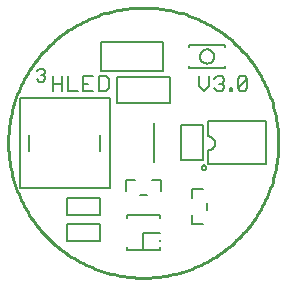
<source format=gto>
G75*
%MOIN*%
%OFA0B0*%
%FSLAX25Y25*%
%IPPOS*%
%LPD*%
%AMOC8*
5,1,8,0,0,1.08239X$1,22.5*
%
%ADD10C,0.01000*%
%ADD11C,0.00700*%
%ADD12C,0.00500*%
D10*
X0011082Y0047850D02*
X0011096Y0048954D01*
X0011136Y0050058D01*
X0011204Y0051160D01*
X0011299Y0052261D01*
X0011420Y0053358D01*
X0011569Y0054453D01*
X0011745Y0055543D01*
X0011947Y0056629D01*
X0012175Y0057710D01*
X0012431Y0058784D01*
X0012712Y0059852D01*
X0013020Y0060913D01*
X0013353Y0061966D01*
X0013713Y0063010D01*
X0014097Y0064045D01*
X0014507Y0065071D01*
X0014943Y0066086D01*
X0015402Y0067090D01*
X0015887Y0068083D01*
X0016396Y0069063D01*
X0016928Y0070030D01*
X0017484Y0070985D01*
X0018064Y0071925D01*
X0018666Y0072851D01*
X0019291Y0073761D01*
X0019938Y0074656D01*
X0020606Y0075535D01*
X0021297Y0076398D01*
X0022008Y0077243D01*
X0022739Y0078070D01*
X0023491Y0078879D01*
X0024262Y0079670D01*
X0025053Y0080441D01*
X0025862Y0081193D01*
X0026689Y0081924D01*
X0027534Y0082635D01*
X0028397Y0083326D01*
X0029276Y0083994D01*
X0030171Y0084641D01*
X0031081Y0085266D01*
X0032007Y0085868D01*
X0032947Y0086448D01*
X0033902Y0087004D01*
X0034869Y0087536D01*
X0035849Y0088045D01*
X0036842Y0088530D01*
X0037846Y0088989D01*
X0038861Y0089425D01*
X0039887Y0089835D01*
X0040922Y0090219D01*
X0041966Y0090579D01*
X0043019Y0090912D01*
X0044080Y0091220D01*
X0045148Y0091501D01*
X0046222Y0091757D01*
X0047303Y0091985D01*
X0048389Y0092187D01*
X0049479Y0092363D01*
X0050574Y0092512D01*
X0051671Y0092633D01*
X0052772Y0092728D01*
X0053874Y0092796D01*
X0054978Y0092836D01*
X0056082Y0092850D01*
X0057186Y0092836D01*
X0058290Y0092796D01*
X0059392Y0092728D01*
X0060493Y0092633D01*
X0061590Y0092512D01*
X0062685Y0092363D01*
X0063775Y0092187D01*
X0064861Y0091985D01*
X0065942Y0091757D01*
X0067016Y0091501D01*
X0068084Y0091220D01*
X0069145Y0090912D01*
X0070198Y0090579D01*
X0071242Y0090219D01*
X0072277Y0089835D01*
X0073303Y0089425D01*
X0074318Y0088989D01*
X0075322Y0088530D01*
X0076315Y0088045D01*
X0077295Y0087536D01*
X0078262Y0087004D01*
X0079217Y0086448D01*
X0080157Y0085868D01*
X0081083Y0085266D01*
X0081993Y0084641D01*
X0082888Y0083994D01*
X0083767Y0083326D01*
X0084630Y0082635D01*
X0085475Y0081924D01*
X0086302Y0081193D01*
X0087111Y0080441D01*
X0087902Y0079670D01*
X0088673Y0078879D01*
X0089425Y0078070D01*
X0090156Y0077243D01*
X0090867Y0076398D01*
X0091558Y0075535D01*
X0092226Y0074656D01*
X0092873Y0073761D01*
X0093498Y0072851D01*
X0094100Y0071925D01*
X0094680Y0070985D01*
X0095236Y0070030D01*
X0095768Y0069063D01*
X0096277Y0068083D01*
X0096762Y0067090D01*
X0097221Y0066086D01*
X0097657Y0065071D01*
X0098067Y0064045D01*
X0098451Y0063010D01*
X0098811Y0061966D01*
X0099144Y0060913D01*
X0099452Y0059852D01*
X0099733Y0058784D01*
X0099989Y0057710D01*
X0100217Y0056629D01*
X0100419Y0055543D01*
X0100595Y0054453D01*
X0100744Y0053358D01*
X0100865Y0052261D01*
X0100960Y0051160D01*
X0101028Y0050058D01*
X0101068Y0048954D01*
X0101082Y0047850D01*
X0101068Y0046746D01*
X0101028Y0045642D01*
X0100960Y0044540D01*
X0100865Y0043439D01*
X0100744Y0042342D01*
X0100595Y0041247D01*
X0100419Y0040157D01*
X0100217Y0039071D01*
X0099989Y0037990D01*
X0099733Y0036916D01*
X0099452Y0035848D01*
X0099144Y0034787D01*
X0098811Y0033734D01*
X0098451Y0032690D01*
X0098067Y0031655D01*
X0097657Y0030629D01*
X0097221Y0029614D01*
X0096762Y0028610D01*
X0096277Y0027617D01*
X0095768Y0026637D01*
X0095236Y0025670D01*
X0094680Y0024715D01*
X0094100Y0023775D01*
X0093498Y0022849D01*
X0092873Y0021939D01*
X0092226Y0021044D01*
X0091558Y0020165D01*
X0090867Y0019302D01*
X0090156Y0018457D01*
X0089425Y0017630D01*
X0088673Y0016821D01*
X0087902Y0016030D01*
X0087111Y0015259D01*
X0086302Y0014507D01*
X0085475Y0013776D01*
X0084630Y0013065D01*
X0083767Y0012374D01*
X0082888Y0011706D01*
X0081993Y0011059D01*
X0081083Y0010434D01*
X0080157Y0009832D01*
X0079217Y0009252D01*
X0078262Y0008696D01*
X0077295Y0008164D01*
X0076315Y0007655D01*
X0075322Y0007170D01*
X0074318Y0006711D01*
X0073303Y0006275D01*
X0072277Y0005865D01*
X0071242Y0005481D01*
X0070198Y0005121D01*
X0069145Y0004788D01*
X0068084Y0004480D01*
X0067016Y0004199D01*
X0065942Y0003943D01*
X0064861Y0003715D01*
X0063775Y0003513D01*
X0062685Y0003337D01*
X0061590Y0003188D01*
X0060493Y0003067D01*
X0059392Y0002972D01*
X0058290Y0002904D01*
X0057186Y0002864D01*
X0056082Y0002850D01*
X0054978Y0002864D01*
X0053874Y0002904D01*
X0052772Y0002972D01*
X0051671Y0003067D01*
X0050574Y0003188D01*
X0049479Y0003337D01*
X0048389Y0003513D01*
X0047303Y0003715D01*
X0046222Y0003943D01*
X0045148Y0004199D01*
X0044080Y0004480D01*
X0043019Y0004788D01*
X0041966Y0005121D01*
X0040922Y0005481D01*
X0039887Y0005865D01*
X0038861Y0006275D01*
X0037846Y0006711D01*
X0036842Y0007170D01*
X0035849Y0007655D01*
X0034869Y0008164D01*
X0033902Y0008696D01*
X0032947Y0009252D01*
X0032007Y0009832D01*
X0031081Y0010434D01*
X0030171Y0011059D01*
X0029276Y0011706D01*
X0028397Y0012374D01*
X0027534Y0013065D01*
X0026689Y0013776D01*
X0025862Y0014507D01*
X0025053Y0015259D01*
X0024262Y0016030D01*
X0023491Y0016821D01*
X0022739Y0017630D01*
X0022008Y0018457D01*
X0021297Y0019302D01*
X0020606Y0020165D01*
X0019938Y0021044D01*
X0019291Y0021939D01*
X0018666Y0022849D01*
X0018064Y0023775D01*
X0017484Y0024715D01*
X0016928Y0025670D01*
X0016396Y0026637D01*
X0015887Y0027617D01*
X0015402Y0028610D01*
X0014943Y0029614D01*
X0014507Y0030629D01*
X0014097Y0031655D01*
X0013713Y0032690D01*
X0013353Y0033734D01*
X0013020Y0034787D01*
X0012712Y0035848D01*
X0012431Y0036916D01*
X0012175Y0037990D01*
X0011947Y0039071D01*
X0011745Y0040157D01*
X0011569Y0041247D01*
X0011420Y0042342D01*
X0011299Y0043439D01*
X0011204Y0044540D01*
X0011136Y0045642D01*
X0011096Y0046746D01*
X0011082Y0047850D01*
D11*
X0025807Y0065100D02*
X0025807Y0070004D01*
X0023448Y0069635D02*
X0023448Y0068917D01*
X0022730Y0068200D01*
X0021296Y0068200D01*
X0020578Y0068917D01*
X0022013Y0070352D02*
X0022730Y0070352D01*
X0023448Y0069635D01*
X0022730Y0070352D02*
X0023448Y0071069D01*
X0023448Y0071786D01*
X0022730Y0072504D01*
X0021296Y0072504D01*
X0020578Y0071786D01*
X0025807Y0067552D02*
X0029076Y0067552D01*
X0029076Y0070004D02*
X0029076Y0065100D01*
X0030963Y0065100D02*
X0034233Y0065100D01*
X0036120Y0065100D02*
X0039389Y0065100D01*
X0041276Y0065100D02*
X0043728Y0065100D01*
X0044545Y0065917D01*
X0044545Y0069187D01*
X0043728Y0070004D01*
X0041276Y0070004D01*
X0041276Y0065100D01*
X0037754Y0067552D02*
X0036120Y0067552D01*
X0036120Y0070004D02*
X0036120Y0065100D01*
X0030963Y0065100D02*
X0030963Y0070004D01*
X0036120Y0070004D02*
X0039389Y0070004D01*
X0074635Y0070004D02*
X0074635Y0066735D01*
X0076270Y0065100D01*
X0077904Y0066735D01*
X0077904Y0070004D01*
X0079791Y0069187D02*
X0080609Y0070004D01*
X0082243Y0070004D01*
X0083061Y0069187D01*
X0083061Y0068369D01*
X0082243Y0067552D01*
X0083061Y0066735D01*
X0083061Y0065917D01*
X0082243Y0065100D01*
X0080609Y0065100D01*
X0079791Y0065917D01*
X0081426Y0067552D02*
X0082243Y0067552D01*
X0084948Y0065917D02*
X0085765Y0065917D01*
X0085765Y0065100D01*
X0084948Y0065100D01*
X0084948Y0065917D01*
X0087526Y0065917D02*
X0090795Y0069187D01*
X0090795Y0065917D01*
X0089978Y0065100D01*
X0088343Y0065100D01*
X0087526Y0065917D01*
X0087526Y0069187D01*
X0088343Y0070004D01*
X0089978Y0070004D01*
X0090795Y0069187D01*
D12*
X0030571Y0020606D02*
X0030571Y0015094D01*
X0041594Y0015094D01*
X0041594Y0020606D01*
X0030571Y0020606D01*
X0030669Y0023844D02*
X0030669Y0029356D01*
X0041496Y0029356D01*
X0041496Y0023844D01*
X0030669Y0023844D01*
X0044832Y0032850D02*
X0014832Y0032850D01*
X0014832Y0062850D01*
X0044832Y0062850D01*
X0044832Y0032850D01*
X0050177Y0031866D02*
X0050177Y0035409D01*
X0053326Y0035409D01*
X0058838Y0035409D02*
X0061988Y0035409D01*
X0061988Y0031866D01*
X0057263Y0030291D02*
X0054901Y0030291D01*
X0050571Y0023657D02*
X0061594Y0023657D01*
X0061594Y0022693D01*
X0061594Y0017850D02*
X0056082Y0017850D01*
X0056082Y0012338D01*
X0061594Y0012151D02*
X0061594Y0013007D01*
X0061594Y0012043D02*
X0050571Y0012043D01*
X0050571Y0013007D01*
X0061594Y0015094D02*
X0061594Y0015488D01*
X0072273Y0020694D02*
X0075817Y0020694D01*
X0072273Y0020694D02*
X0072273Y0023844D01*
X0077391Y0025419D02*
X0077391Y0027781D01*
X0075817Y0032506D02*
X0072273Y0032506D01*
X0072273Y0029356D01*
X0075522Y0039582D02*
X0075524Y0039638D01*
X0075530Y0039693D01*
X0075540Y0039747D01*
X0075553Y0039801D01*
X0075571Y0039854D01*
X0075592Y0039905D01*
X0075616Y0039955D01*
X0075644Y0040003D01*
X0075676Y0040049D01*
X0075710Y0040093D01*
X0075748Y0040134D01*
X0075788Y0040172D01*
X0075831Y0040207D01*
X0075876Y0040239D01*
X0075924Y0040268D01*
X0075973Y0040294D01*
X0076024Y0040316D01*
X0076076Y0040334D01*
X0076130Y0040348D01*
X0076185Y0040359D01*
X0076240Y0040366D01*
X0076295Y0040369D01*
X0076351Y0040368D01*
X0076406Y0040363D01*
X0076461Y0040354D01*
X0076515Y0040342D01*
X0076568Y0040325D01*
X0076620Y0040305D01*
X0076670Y0040281D01*
X0076718Y0040254D01*
X0076765Y0040224D01*
X0076809Y0040190D01*
X0076851Y0040153D01*
X0076889Y0040113D01*
X0076926Y0040071D01*
X0076959Y0040026D01*
X0076988Y0039980D01*
X0077015Y0039931D01*
X0077037Y0039880D01*
X0077057Y0039828D01*
X0077072Y0039774D01*
X0077084Y0039720D01*
X0077092Y0039665D01*
X0077096Y0039610D01*
X0077096Y0039554D01*
X0077092Y0039499D01*
X0077084Y0039444D01*
X0077072Y0039390D01*
X0077057Y0039336D01*
X0077037Y0039284D01*
X0077015Y0039233D01*
X0076988Y0039184D01*
X0076959Y0039138D01*
X0076926Y0039093D01*
X0076889Y0039051D01*
X0076851Y0039011D01*
X0076809Y0038974D01*
X0076765Y0038940D01*
X0076718Y0038910D01*
X0076670Y0038883D01*
X0076620Y0038859D01*
X0076568Y0038839D01*
X0076515Y0038822D01*
X0076461Y0038810D01*
X0076406Y0038801D01*
X0076351Y0038796D01*
X0076295Y0038795D01*
X0076240Y0038798D01*
X0076185Y0038805D01*
X0076130Y0038816D01*
X0076076Y0038830D01*
X0076024Y0038848D01*
X0075973Y0038870D01*
X0075924Y0038896D01*
X0075876Y0038925D01*
X0075831Y0038957D01*
X0075788Y0038992D01*
X0075748Y0039030D01*
X0075710Y0039071D01*
X0075676Y0039115D01*
X0075644Y0039161D01*
X0075616Y0039209D01*
X0075592Y0039259D01*
X0075571Y0039310D01*
X0075553Y0039363D01*
X0075540Y0039417D01*
X0075530Y0039471D01*
X0075524Y0039526D01*
X0075522Y0039582D01*
X0077687Y0040763D02*
X0077687Y0045409D01*
X0077805Y0045409D01*
X0077895Y0045411D01*
X0077985Y0045417D01*
X0078075Y0045426D01*
X0078164Y0045440D01*
X0078253Y0045457D01*
X0078341Y0045478D01*
X0078428Y0045502D01*
X0078513Y0045530D01*
X0078598Y0045562D01*
X0078681Y0045598D01*
X0078762Y0045637D01*
X0078842Y0045679D01*
X0078920Y0045725D01*
X0078996Y0045774D01*
X0079069Y0045826D01*
X0079141Y0045881D01*
X0079210Y0045939D01*
X0079276Y0046000D01*
X0079340Y0046064D01*
X0079401Y0046130D01*
X0079459Y0046199D01*
X0079514Y0046271D01*
X0079566Y0046344D01*
X0079615Y0046420D01*
X0079661Y0046498D01*
X0079703Y0046578D01*
X0079742Y0046659D01*
X0079778Y0046742D01*
X0079810Y0046827D01*
X0079838Y0046912D01*
X0079862Y0046999D01*
X0079883Y0047087D01*
X0079900Y0047176D01*
X0079914Y0047265D01*
X0079923Y0047355D01*
X0079929Y0047445D01*
X0079931Y0047535D01*
X0079931Y0047850D01*
X0079927Y0047943D01*
X0079918Y0048035D01*
X0079906Y0048127D01*
X0079890Y0048219D01*
X0079870Y0048309D01*
X0079846Y0048399D01*
X0079818Y0048487D01*
X0079787Y0048575D01*
X0079752Y0048661D01*
X0079713Y0048745D01*
X0079671Y0048828D01*
X0079625Y0048908D01*
X0079576Y0048987D01*
X0079523Y0049064D01*
X0079468Y0049138D01*
X0079409Y0049210D01*
X0079347Y0049279D01*
X0079283Y0049346D01*
X0079215Y0049409D01*
X0079145Y0049470D01*
X0079073Y0049528D01*
X0078998Y0049583D01*
X0078921Y0049635D01*
X0078841Y0049683D01*
X0078760Y0049728D01*
X0078677Y0049769D01*
X0078592Y0049807D01*
X0078506Y0049841D01*
X0078418Y0049871D01*
X0078329Y0049898D01*
X0078239Y0049921D01*
X0078149Y0049940D01*
X0078057Y0049955D01*
X0077965Y0049966D01*
X0077872Y0049973D01*
X0077780Y0049977D01*
X0077687Y0049976D01*
X0077687Y0054937D01*
X0096978Y0054937D01*
X0096978Y0040763D01*
X0077687Y0040763D01*
X0075974Y0041935D02*
X0075974Y0053765D01*
X0068691Y0053765D01*
X0068691Y0041935D01*
X0075974Y0041935D01*
X0059582Y0041350D02*
X0059582Y0054350D01*
X0064842Y0060921D02*
X0047323Y0060921D01*
X0047323Y0069779D01*
X0064842Y0069779D01*
X0064842Y0060921D01*
X0062569Y0071876D02*
X0042096Y0071876D01*
X0042096Y0081167D01*
X0042096Y0081324D01*
X0062569Y0081324D01*
X0062569Y0071876D01*
X0071427Y0072663D02*
X0083238Y0072663D01*
X0083238Y0073450D01*
X0074970Y0076600D02*
X0074972Y0076697D01*
X0074978Y0076794D01*
X0074988Y0076890D01*
X0075002Y0076986D01*
X0075020Y0077082D01*
X0075041Y0077176D01*
X0075067Y0077270D01*
X0075096Y0077362D01*
X0075130Y0077453D01*
X0075166Y0077543D01*
X0075207Y0077631D01*
X0075251Y0077717D01*
X0075299Y0077802D01*
X0075350Y0077884D01*
X0075404Y0077965D01*
X0075462Y0078043D01*
X0075523Y0078118D01*
X0075586Y0078191D01*
X0075653Y0078262D01*
X0075723Y0078329D01*
X0075795Y0078394D01*
X0075870Y0078455D01*
X0075948Y0078514D01*
X0076027Y0078569D01*
X0076109Y0078621D01*
X0076193Y0078669D01*
X0076279Y0078714D01*
X0076367Y0078756D01*
X0076456Y0078794D01*
X0076547Y0078828D01*
X0076639Y0078858D01*
X0076732Y0078885D01*
X0076827Y0078907D01*
X0076922Y0078926D01*
X0077018Y0078941D01*
X0077114Y0078952D01*
X0077211Y0078959D01*
X0077308Y0078962D01*
X0077405Y0078961D01*
X0077502Y0078956D01*
X0077598Y0078947D01*
X0077694Y0078934D01*
X0077790Y0078917D01*
X0077885Y0078896D01*
X0077978Y0078872D01*
X0078071Y0078843D01*
X0078163Y0078811D01*
X0078253Y0078775D01*
X0078341Y0078736D01*
X0078428Y0078692D01*
X0078513Y0078646D01*
X0078596Y0078595D01*
X0078677Y0078542D01*
X0078755Y0078485D01*
X0078832Y0078425D01*
X0078905Y0078362D01*
X0078976Y0078296D01*
X0079044Y0078227D01*
X0079110Y0078155D01*
X0079172Y0078081D01*
X0079231Y0078004D01*
X0079287Y0077925D01*
X0079340Y0077843D01*
X0079390Y0077760D01*
X0079435Y0077674D01*
X0079478Y0077587D01*
X0079517Y0077498D01*
X0079552Y0077408D01*
X0079583Y0077316D01*
X0079610Y0077223D01*
X0079634Y0077129D01*
X0079654Y0077034D01*
X0079670Y0076938D01*
X0079682Y0076842D01*
X0079690Y0076745D01*
X0079694Y0076648D01*
X0079694Y0076552D01*
X0079690Y0076455D01*
X0079682Y0076358D01*
X0079670Y0076262D01*
X0079654Y0076166D01*
X0079634Y0076071D01*
X0079610Y0075977D01*
X0079583Y0075884D01*
X0079552Y0075792D01*
X0079517Y0075702D01*
X0079478Y0075613D01*
X0079435Y0075526D01*
X0079390Y0075440D01*
X0079340Y0075357D01*
X0079287Y0075275D01*
X0079231Y0075196D01*
X0079172Y0075119D01*
X0079110Y0075045D01*
X0079044Y0074973D01*
X0078976Y0074904D01*
X0078905Y0074838D01*
X0078832Y0074775D01*
X0078755Y0074715D01*
X0078677Y0074658D01*
X0078596Y0074605D01*
X0078513Y0074554D01*
X0078428Y0074508D01*
X0078341Y0074464D01*
X0078253Y0074425D01*
X0078163Y0074389D01*
X0078071Y0074357D01*
X0077978Y0074328D01*
X0077885Y0074304D01*
X0077790Y0074283D01*
X0077694Y0074266D01*
X0077598Y0074253D01*
X0077502Y0074244D01*
X0077405Y0074239D01*
X0077308Y0074238D01*
X0077211Y0074241D01*
X0077114Y0074248D01*
X0077018Y0074259D01*
X0076922Y0074274D01*
X0076827Y0074293D01*
X0076732Y0074315D01*
X0076639Y0074342D01*
X0076547Y0074372D01*
X0076456Y0074406D01*
X0076367Y0074444D01*
X0076279Y0074486D01*
X0076193Y0074531D01*
X0076109Y0074579D01*
X0076027Y0074631D01*
X0075948Y0074686D01*
X0075870Y0074745D01*
X0075795Y0074806D01*
X0075723Y0074871D01*
X0075653Y0074938D01*
X0075586Y0075009D01*
X0075523Y0075082D01*
X0075462Y0075157D01*
X0075404Y0075235D01*
X0075350Y0075316D01*
X0075299Y0075398D01*
X0075251Y0075483D01*
X0075207Y0075569D01*
X0075166Y0075657D01*
X0075130Y0075747D01*
X0075096Y0075838D01*
X0075067Y0075930D01*
X0075041Y0076024D01*
X0075020Y0076118D01*
X0075002Y0076214D01*
X0074988Y0076310D01*
X0074978Y0076406D01*
X0074972Y0076503D01*
X0074970Y0076600D01*
X0071427Y0079750D02*
X0071427Y0080537D01*
X0083238Y0080537D01*
X0083238Y0079750D01*
X0071427Y0073450D02*
X0071427Y0072663D01*
X0041643Y0050537D02*
X0041643Y0045163D01*
X0018021Y0045163D02*
X0018021Y0050537D01*
X0050571Y0023657D02*
X0050571Y0022693D01*
M02*

</source>
